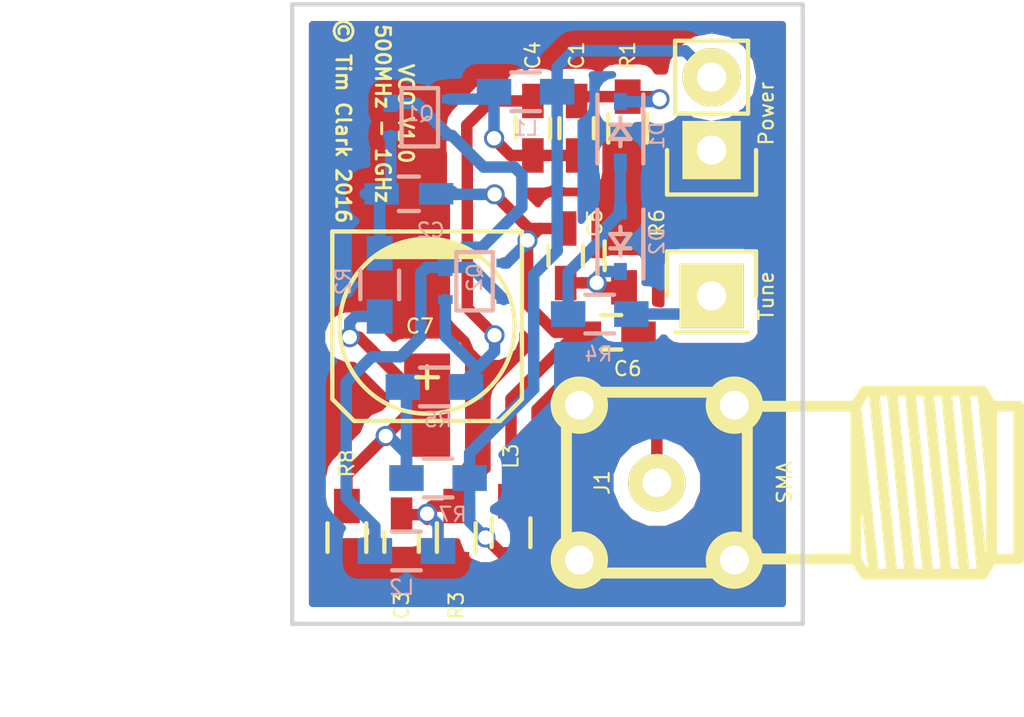
<source format=kicad_pcb>
(kicad_pcb (version 4) (host pcbnew 4.0.1-stable)

  (general
    (links 42)
    (no_connects 0)
    (area 14.225001 18.339999 50.656441 45.245001)
    (thickness 1.6)
    (drawings 8)
    (tracks 169)
    (zones 0)
    (modules 25)
    (nets 15)
  )

  (page A4)
  (layers
    (0 F.Cu signal)
    (31 B.Cu signal)
    (32 B.Adhes user hide)
    (33 F.Adhes user hide)
    (34 B.Paste user hide)
    (35 F.Paste user hide)
    (36 B.SilkS user)
    (37 F.SilkS user)
    (38 B.Mask user)
    (39 F.Mask user)
    (40 Dwgs.User user hide)
    (41 Cmts.User user hide)
    (42 Eco1.User user hide)
    (43 Eco2.User user hide)
    (44 Edge.Cuts user)
    (45 Margin user hide)
    (46 B.CrtYd user)
    (47 F.CrtYd user)
    (48 B.Fab user)
    (49 F.Fab user)
  )

  (setup
    (last_trace_width 0.4)
    (trace_clearance 0.4)
    (zone_clearance 0.508)
    (zone_45_only no)
    (trace_min 0.4)
    (segment_width 0.2)
    (edge_width 0.15)
    (via_size 0.7)
    (via_drill 0.5)
    (via_min_size 0.65)
    (via_min_drill 0.5)
    (uvia_size 0.3)
    (uvia_drill 0.1)
    (uvias_allowed no)
    (uvia_min_size 0.3)
    (uvia_min_drill 0.1)
    (pcb_text_width 0.3)
    (pcb_text_size 1.5 1.5)
    (mod_edge_width 0.15)
    (mod_text_size 0.5 0.5)
    (mod_text_width 0.075)
    (pad_size 1.524 1.524)
    (pad_drill 0.762)
    (pad_to_mask_clearance 0.2)
    (aux_axis_origin 24.765 18.415)
    (grid_origin 24.765 18.415)
    (visible_elements FFFFFEFF)
    (pcbplotparams
      (layerselection 0x010f0_80000001)
      (usegerberextensions true)
      (excludeedgelayer false)
      (linewidth 0.100000)
      (plotframeref false)
      (viasonmask false)
      (mode 1)
      (useauxorigin true)
      (hpglpennumber 1)
      (hpglpenspeed 20)
      (hpglpendiameter 15)
      (hpglpenoverlay 2)
      (psnegative false)
      (psa4output false)
      (plotreference true)
      (plotvalue true)
      (plotinvisibletext false)
      (padsonsilk true)
      (subtractmaskfromsilk false)
      (outputformat 1)
      (mirror false)
      (drillshape 0)
      (scaleselection 1)
      (outputdirectory output/))
  )

  (net 0 "")
  (net 1 "Net-(C1-Pad1)")
  (net 2 "Net-(C1-Pad2)")
  (net 3 "Net-(C2-Pad1)")
  (net 4 "Net-(C2-Pad2)")
  (net 5 "Net-(C3-Pad1)")
  (net 6 Earth)
  (net 7 "Net-(C4-Pad1)")
  (net 8 "Net-(C5-Pad2)")
  (net 9 "Net-(C6-Pad1)")
  (net 10 "Net-(C7-Pad1)")
  (net 11 "Net-(D1-Pad2)")
  (net 12 "Net-(L2-Pad1)")
  (net 13 "Net-(P1-Pad1)")
  (net 14 +5V)

  (net_class Default "This is the default net class."
    (clearance 0.4)
    (trace_width 0.4)
    (via_dia 0.7)
    (via_drill 0.5)
    (uvia_dia 0.3)
    (uvia_drill 0.1)
    (add_net +5V)
    (add_net Earth)
    (add_net "Net-(C1-Pad1)")
    (add_net "Net-(C1-Pad2)")
    (add_net "Net-(C2-Pad1)")
    (add_net "Net-(C2-Pad2)")
    (add_net "Net-(C3-Pad1)")
    (add_net "Net-(C4-Pad1)")
    (add_net "Net-(C5-Pad2)")
    (add_net "Net-(C6-Pad1)")
    (add_net "Net-(C7-Pad1)")
    (add_net "Net-(D1-Pad2)")
    (add_net "Net-(L2-Pad1)")
    (add_net "Net-(P1-Pad1)")
  )

  (module Capacitors_SMD:C_0603_HandSoldering placed (layer F.Cu) (tedit 56EABEA9) (tstamp 56E04D6C)
    (at 35.875 29.845 180)
    (descr "Capacitor SMD 0603, hand soldering")
    (tags "capacitor 0603")
    (path /56E0138B)
    (attr smd)
    (fp_text reference C6 (at -0.574 -1.27 180) (layer F.SilkS)
      (effects (font (size 0.5 0.5) (thickness 0.075)))
    )
    (fp_text value 4.7pF (at 0.635 1.27 180) (layer F.Fab)
      (effects (font (size 0.5 0.5) (thickness 0.075)))
    )
    (fp_line (start -1.85 -0.75) (end 1.85 -0.75) (layer F.CrtYd) (width 0.05))
    (fp_line (start -1.85 0.75) (end 1.85 0.75) (layer F.CrtYd) (width 0.05))
    (fp_line (start -1.85 -0.75) (end -1.85 0.75) (layer F.CrtYd) (width 0.05))
    (fp_line (start 1.85 -0.75) (end 1.85 0.75) (layer F.CrtYd) (width 0.05))
    (fp_line (start -0.35 -0.6) (end 0.35 -0.6) (layer F.SilkS) (width 0.15))
    (fp_line (start 0.35 0.6) (end -0.35 0.6) (layer F.SilkS) (width 0.15))
    (pad 1 smd rect (at -0.95 0 180) (size 1.2 0.75) (layers F.Cu F.Paste F.Mask)
      (net 9 "Net-(C6-Pad1)"))
    (pad 2 smd rect (at 0.95 0 180) (size 1.2 0.75) (layers F.Cu F.Paste F.Mask)
      (net 3 "Net-(C2-Pad1)"))
    (model Capacitors_SMD.3dshapes/C_0603_HandSoldering.wrl
      (at (xyz 0 0 0))
      (scale (xyz 1 1 1))
      (rotate (xyz 0 0 0))
    )
  )

  (module Resistors_SMD:R_0603_HandSoldering placed (layer F.Cu) (tedit 56EABDF2) (tstamp 56E04DFF)
    (at 26.67 37 270)
    (descr "Resistor SMD 0603, hand soldering")
    (tags "resistor 0603")
    (path /56E01604)
    (attr smd)
    (fp_text reference R8 (at -2.583 0 270) (layer F.SilkS)
      (effects (font (size 0.5 0.5) (thickness 0.075)))
    )
    (fp_text value 3k (at 1.1 1.27 270) (layer F.Fab)
      (effects (font (size 0.5 0.5) (thickness 0.075)))
    )
    (fp_line (start -2 -0.8) (end 2 -0.8) (layer F.CrtYd) (width 0.05))
    (fp_line (start -2 0.8) (end 2 0.8) (layer F.CrtYd) (width 0.05))
    (fp_line (start -2 -0.8) (end -2 0.8) (layer F.CrtYd) (width 0.05))
    (fp_line (start 2 -0.8) (end 2 0.8) (layer F.CrtYd) (width 0.05))
    (fp_line (start 0.5 0.675) (end -0.5 0.675) (layer F.SilkS) (width 0.15))
    (fp_line (start -0.5 -0.675) (end 0.5 -0.675) (layer F.SilkS) (width 0.15))
    (pad 1 smd rect (at -1.1 0 270) (size 1.2 0.9) (layers F.Cu F.Paste F.Mask)
      (net 10 "Net-(C7-Pad1)"))
    (pad 2 smd rect (at 1.1 0 270) (size 1.2 0.9) (layers F.Cu F.Paste F.Mask)
      (net 6 Earth))
    (model Resistors_SMD.3dshapes/R_0603_HandSoldering.wrl
      (at (xyz 0 0 0))
      (scale (xyz 1 1 1))
      (rotate (xyz 0 0 0))
    )
  )

  (module Capacitors_SMD:c_elec_6.3x5.7 placed (layer F.Cu) (tedit 56EABEF8) (tstamp 56E04D72)
    (at 29.464 29.63418 270)
    (descr "SMT capacitor, aluminium electrolytic, 6.3x5.7")
    (path /56E017F9)
    (attr smd)
    (fp_text reference C7 (at 0 0.254 360) (layer F.SilkS)
      (effects (font (size 0.5 0.5) (thickness 0.075)))
    )
    (fp_text value 10uF (at 0 -1.27 270) (layer F.Fab)
      (effects (font (size 0.5 0.5) (thickness 0.075)))
    )
    (fp_line (start -4.85 -3.65) (end 4.85 -3.65) (layer F.CrtYd) (width 0.05))
    (fp_line (start 4.85 -3.65) (end 4.85 3.65) (layer F.CrtYd) (width 0.05))
    (fp_line (start 4.85 3.65) (end -4.85 3.65) (layer F.CrtYd) (width 0.05))
    (fp_line (start -4.85 3.65) (end -4.85 -3.65) (layer F.CrtYd) (width 0.05))
    (fp_line (start -2.921 -0.762) (end -2.921 0.762) (layer F.SilkS) (width 0.15))
    (fp_line (start -2.794 1.143) (end -2.794 -1.143) (layer F.SilkS) (width 0.15))
    (fp_line (start -2.667 -1.397) (end -2.667 1.397) (layer F.SilkS) (width 0.15))
    (fp_line (start -2.54 1.651) (end -2.54 -1.651) (layer F.SilkS) (width 0.15))
    (fp_line (start -2.413 -1.778) (end -2.413 1.778) (layer F.SilkS) (width 0.15))
    (fp_line (start -3.302 -3.302) (end -3.302 3.302) (layer F.SilkS) (width 0.15))
    (fp_line (start -3.302 3.302) (end 2.54 3.302) (layer F.SilkS) (width 0.15))
    (fp_line (start 2.54 3.302) (end 3.302 2.54) (layer F.SilkS) (width 0.15))
    (fp_line (start 3.302 2.54) (end 3.302 -2.54) (layer F.SilkS) (width 0.15))
    (fp_line (start 3.302 -2.54) (end 2.54 -3.302) (layer F.SilkS) (width 0.15))
    (fp_line (start 2.54 -3.302) (end -3.302 -3.302) (layer F.SilkS) (width 0.15))
    (fp_line (start 2.159 0) (end 1.397 0) (layer F.SilkS) (width 0.15))
    (fp_line (start 1.778 -0.381) (end 1.778 0.381) (layer F.SilkS) (width 0.15))
    (fp_circle (center 0 0) (end -3.048 0) (layer F.SilkS) (width 0.15))
    (pad 1 smd rect (at 2.75082 0 270) (size 3.59918 1.6002) (layers F.Cu F.Paste F.Mask)
      (net 10 "Net-(C7-Pad1)"))
    (pad 2 smd rect (at -2.75082 0 270) (size 3.59918 1.6002) (layers F.Cu F.Paste F.Mask)
      (net 6 Earth))
    (model Capacitors_SMD.3dshapes/c_elec_6.3x5.7.wrl
      (at (xyz 0 0 0))
      (scale (xyz 1 1 1))
      (rotate (xyz 0 0 0))
    )
  )

  (module Capacitors_SMD:C_0603_HandSoldering placed (layer F.Cu) (tedit 56EABE0E) (tstamp 56E04D5A)
    (at 28.575 37.15 270)
    (descr "Capacitor SMD 0603, hand soldering")
    (tags "capacitor 0603")
    (path /56E0131F)
    (attr smd)
    (fp_text reference C3 (at 2.22 0 270) (layer F.SilkS)
      (effects (font (size 0.5 0.5) (thickness 0.075)))
    )
    (fp_text value 1.7pF (at 0.955 1.27 270) (layer F.Fab)
      (effects (font (size 0.5 0.5) (thickness 0.075)))
    )
    (fp_line (start -1.85 -0.75) (end 1.85 -0.75) (layer F.CrtYd) (width 0.05))
    (fp_line (start -1.85 0.75) (end 1.85 0.75) (layer F.CrtYd) (width 0.05))
    (fp_line (start -1.85 -0.75) (end -1.85 0.75) (layer F.CrtYd) (width 0.05))
    (fp_line (start 1.85 -0.75) (end 1.85 0.75) (layer F.CrtYd) (width 0.05))
    (fp_line (start -0.35 -0.6) (end 0.35 -0.6) (layer F.SilkS) (width 0.15))
    (fp_line (start 0.35 0.6) (end -0.35 0.6) (layer F.SilkS) (width 0.15))
    (pad 1 smd rect (at -0.95 0 270) (size 1.2 0.75) (layers F.Cu F.Paste F.Mask)
      (net 5 "Net-(C3-Pad1)"))
    (pad 2 smd rect (at 0.95 0 270) (size 1.2 0.75) (layers F.Cu F.Paste F.Mask)
      (net 6 Earth))
    (model Capacitors_SMD.3dshapes/C_0603_HandSoldering.wrl
      (at (xyz 0 0 0))
      (scale (xyz 1 1 1))
      (rotate (xyz 0 0 0))
    )
  )

  (module Resistors_SMD:R_0603_HandSoldering placed (layer F.Cu) (tedit 56EABF3A) (tstamp 56E04DB2)
    (at 32.385 36.83 90)
    (descr "Resistor SMD 0603, hand soldering")
    (tags "resistor 0603")
    (path /56E010C3)
    (attr smd)
    (fp_text reference L3 (at 2.667 0 90) (layer F.SilkS)
      (effects (font (size 0.5 0.5) (thickness 0.075)))
    )
    (fp_text value 5nH (at 0.635 -1.27 90) (layer F.Fab)
      (effects (font (size 0.5 0.5) (thickness 0.075)))
    )
    (fp_line (start -2 -0.8) (end 2 -0.8) (layer F.CrtYd) (width 0.05))
    (fp_line (start -2 0.8) (end 2 0.8) (layer F.CrtYd) (width 0.05))
    (fp_line (start -2 -0.8) (end -2 0.8) (layer F.CrtYd) (width 0.05))
    (fp_line (start 2 -0.8) (end 2 0.8) (layer F.CrtYd) (width 0.05))
    (fp_line (start 0.5 0.675) (end -0.5 0.675) (layer F.SilkS) (width 0.15))
    (fp_line (start -0.5 -0.675) (end 0.5 -0.675) (layer F.SilkS) (width 0.15))
    (pad 1 smd rect (at -1.1 0 90) (size 1.2 0.9) (layers F.Cu F.Paste F.Mask)
      (net 14 +5V))
    (pad 2 smd rect (at 1.1 0 90) (size 1.2 0.9) (layers F.Cu F.Paste F.Mask)
      (net 3 "Net-(C2-Pad1)"))
    (model Resistors_SMD.3dshapes/R_0603_HandSoldering.wrl
      (at (xyz 0 0 0))
      (scale (xyz 1 1 1))
      (rotate (xyz 0 0 0))
    )
  )

  (module Resistors_SMD:R_0603_HandSoldering placed (layer B.Cu) (tedit 56EABEA1) (tstamp 56E04DF9)
    (at 29.845 34.925 180)
    (descr "Resistor SMD 0603, hand soldering")
    (tags "resistor 0603")
    (path /56E01665)
    (attr smd)
    (fp_text reference R7 (at -0.508 -1.27 180) (layer B.SilkS)
      (effects (font (size 0.5 0.5) (thickness 0.075)) (justify mirror))
    )
    (fp_text value 100R (at 0.465 1.27 180) (layer B.Fab)
      (effects (font (size 0.5 0.5) (thickness 0.075)) (justify mirror))
    )
    (fp_line (start -2 0.8) (end 2 0.8) (layer B.CrtYd) (width 0.05))
    (fp_line (start -2 -0.8) (end 2 -0.8) (layer B.CrtYd) (width 0.05))
    (fp_line (start -2 0.8) (end -2 -0.8) (layer B.CrtYd) (width 0.05))
    (fp_line (start 2 0.8) (end 2 -0.8) (layer B.CrtYd) (width 0.05))
    (fp_line (start 0.5 -0.675) (end -0.5 -0.675) (layer B.SilkS) (width 0.15))
    (fp_line (start -0.5 0.675) (end 0.5 0.675) (layer B.SilkS) (width 0.15))
    (pad 1 smd rect (at -1.1 0 180) (size 1.2 0.9) (layers B.Cu B.Paste B.Mask)
      (net 14 +5V))
    (pad 2 smd rect (at 1.1 0 180) (size 1.2 0.9) (layers B.Cu B.Paste B.Mask)
      (net 10 "Net-(C7-Pad1)"))
    (model Resistors_SMD.3dshapes/R_0603_HandSoldering.wrl
      (at (xyz 0 0 0))
      (scale (xyz 1 1 1))
      (rotate (xyz 0 0 0))
    )
  )

  (module Resistors_SMD:R_0603_HandSoldering placed (layer B.Cu) (tedit 56EABE93) (tstamp 56E04DED)
    (at 29.718 31.75 180)
    (descr "Resistor SMD 0603, hand soldering")
    (tags "resistor 0603")
    (path /56E016C6)
    (attr smd)
    (fp_text reference R5 (at -0.127 -1.143 180) (layer B.SilkS)
      (effects (font (size 0.5 0.5) (thickness 0.075)) (justify mirror))
    )
    (fp_text value 3k (at 0 1.27 180) (layer B.Fab)
      (effects (font (size 0.5 0.5) (thickness 0.075)) (justify mirror))
    )
    (fp_line (start -2 0.8) (end 2 0.8) (layer B.CrtYd) (width 0.05))
    (fp_line (start -2 -0.8) (end 2 -0.8) (layer B.CrtYd) (width 0.05))
    (fp_line (start -2 0.8) (end -2 -0.8) (layer B.CrtYd) (width 0.05))
    (fp_line (start 2 0.8) (end 2 -0.8) (layer B.CrtYd) (width 0.05))
    (fp_line (start 0.5 -0.675) (end -0.5 -0.675) (layer B.SilkS) (width 0.15))
    (fp_line (start -0.5 0.675) (end 0.5 0.675) (layer B.SilkS) (width 0.15))
    (pad 1 smd rect (at -1.1 0 180) (size 1.2 0.9) (layers B.Cu B.Paste B.Mask)
      (net 7 "Net-(C4-Pad1)"))
    (pad 2 smd rect (at 1.1 0 180) (size 1.2 0.9) (layers B.Cu B.Paste B.Mask)
      (net 10 "Net-(C7-Pad1)"))
    (model Resistors_SMD.3dshapes/R_0603_HandSoldering.wrl
      (at (xyz 0 0 0))
      (scale (xyz 1 1 1))
      (rotate (xyz 0 0 0))
    )
  )

  (module vco-sma:SOT-343 placed (layer B.Cu) (tedit 56EABF48) (tstamp 56E04DCF)
    (at 31.115 28.067)
    (descr SOT353)
    (path /56E011DC)
    (attr smd)
    (fp_text reference Q2 (at 0 -0.127 270) (layer B.SilkS)
      (effects (font (size 0.5 0.5) (thickness 0.075)) (justify mirror))
    )
    (fp_text value BFP420 (at 0 0 270) (layer B.Fab)
      (effects (font (size 0.5 0.5) (thickness 0.075)) (justify mirror))
    )
    (fp_line (start 0.635 -1.016) (end 0.635 1.016) (layer B.SilkS) (width 0.15))
    (fp_line (start 0.635 1.016) (end -0.635 1.016) (layer B.SilkS) (width 0.15))
    (fp_line (start -0.635 1.016) (end -0.635 -1.016) (layer B.SilkS) (width 0.15))
    (fp_line (start -0.635 -1.016) (end 0.635 -1.016) (layer B.SilkS) (width 0.15))
    (pad 1 smd rect (at -1.016 0.635) (size 0.508 0.3048) (layers B.Cu B.Paste B.Mask)
      (net 7 "Net-(C4-Pad1)"))
    (pad 2 smd rect (at -1.016 -0.485) (size 0.508 0.6048) (layers B.Cu B.Paste B.Mask)
      (net 12 "Net-(L2-Pad1)"))
    (pad 2 smd rect (at 1.016 0.635) (size 0.508 0.3048) (layers B.Cu B.Paste B.Mask)
      (net 12 "Net-(L2-Pad1)"))
    (pad 3 smd rect (at 1.016 -0.635) (size 0.508 0.3048) (layers B.Cu B.Paste B.Mask)
      (net 3 "Net-(C2-Pad1)"))
    (model TO_SOT_Packages_SMD.3dshapes/SOT-353.wrl
      (at (xyz 0 0 0))
      (scale (xyz 0.07000000000000001 0.09 0.08))
      (rotate (xyz 0 0 90))
    )
  )

  (module Capacitors_SMD:C_0603_HandSoldering placed (layer F.Cu) (tedit 56EABF0D) (tstamp 56E04D4E)
    (at 34.671 22.733 270)
    (descr "Capacitor SMD 0603, hand soldering")
    (tags "capacitor 0603")
    (path /56E0145E)
    (attr smd)
    (fp_text reference C1 (at -2.54 0 270) (layer F.SilkS)
      (effects (font (size 0.5 0.5) (thickness 0.075)))
    )
    (fp_text value 15pF (at 0.955 -1.27 270) (layer F.Fab)
      (effects (font (size 0.5 0.5) (thickness 0.075)))
    )
    (fp_line (start -1.85 -0.75) (end 1.85 -0.75) (layer F.CrtYd) (width 0.05))
    (fp_line (start -1.85 0.75) (end 1.85 0.75) (layer F.CrtYd) (width 0.05))
    (fp_line (start -1.85 -0.75) (end -1.85 0.75) (layer F.CrtYd) (width 0.05))
    (fp_line (start 1.85 -0.75) (end 1.85 0.75) (layer F.CrtYd) (width 0.05))
    (fp_line (start -0.35 -0.6) (end 0.35 -0.6) (layer F.SilkS) (width 0.15))
    (fp_line (start 0.35 0.6) (end -0.35 0.6) (layer F.SilkS) (width 0.15))
    (pad 1 smd rect (at -0.95 0 270) (size 1.2 0.75) (layers F.Cu F.Paste F.Mask)
      (net 1 "Net-(C1-Pad1)"))
    (pad 2 smd rect (at 0.95 0 270) (size 1.2 0.75) (layers F.Cu F.Paste F.Mask)
      (net 2 "Net-(C1-Pad2)"))
    (model Capacitors_SMD.3dshapes/C_0603_HandSoldering.wrl
      (at (xyz 0 0 0))
      (scale (xyz 1 1 1))
      (rotate (xyz 0 0 0))
    )
  )

  (module Capacitors_SMD:C_0603_HandSoldering placed (layer B.Cu) (tedit 56EABF23) (tstamp 56E04D54)
    (at 28.829 25.019 180)
    (descr "Capacitor SMD 0603, hand soldering")
    (tags "capacitor 0603")
    (path /56E01420)
    (attr smd)
    (fp_text reference C2 (at -0.762 -1.27 180) (layer B.SilkS)
      (effects (font (size 0.5 0.5) (thickness 0.075)) (justify mirror))
    )
    (fp_text value 3pF (at 0.635 1.27 180) (layer B.Fab)
      (effects (font (size 0.5 0.5) (thickness 0.075)) (justify mirror))
    )
    (fp_line (start -1.85 0.75) (end 1.85 0.75) (layer B.CrtYd) (width 0.05))
    (fp_line (start -1.85 -0.75) (end 1.85 -0.75) (layer B.CrtYd) (width 0.05))
    (fp_line (start -1.85 0.75) (end -1.85 -0.75) (layer B.CrtYd) (width 0.05))
    (fp_line (start 1.85 0.75) (end 1.85 -0.75) (layer B.CrtYd) (width 0.05))
    (fp_line (start -0.35 0.6) (end 0.35 0.6) (layer B.SilkS) (width 0.15))
    (fp_line (start 0.35 -0.6) (end -0.35 -0.6) (layer B.SilkS) (width 0.15))
    (pad 1 smd rect (at -0.95 0 180) (size 1.2 0.75) (layers B.Cu B.Paste B.Mask)
      (net 3 "Net-(C2-Pad1)"))
    (pad 2 smd rect (at 0.95 0 180) (size 1.2 0.75) (layers B.Cu B.Paste B.Mask)
      (net 4 "Net-(C2-Pad2)"))
    (model Capacitors_SMD.3dshapes/C_0603_HandSoldering.wrl
      (at (xyz 0 0 0))
      (scale (xyz 1 1 1))
      (rotate (xyz 0 0 0))
    )
  )

  (module Capacitors_SMD:C_0603_HandSoldering placed (layer F.Cu) (tedit 56EABEE9) (tstamp 56E04D60)
    (at 33.147 22.733 270)
    (descr "Capacitor SMD 0603, hand soldering")
    (tags "capacitor 0603")
    (path /56E013D7)
    (attr smd)
    (fp_text reference C4 (at -2.54 0 270) (layer F.SilkS)
      (effects (font (size 0.5 0.5) (thickness 0.075)))
    )
    (fp_text value 3pF (at -0.95 1.27 270) (layer F.Fab)
      (effects (font (size 0.5 0.5) (thickness 0.075)))
    )
    (fp_line (start -1.85 -0.75) (end 1.85 -0.75) (layer F.CrtYd) (width 0.05))
    (fp_line (start -1.85 0.75) (end 1.85 0.75) (layer F.CrtYd) (width 0.05))
    (fp_line (start -1.85 -0.75) (end -1.85 0.75) (layer F.CrtYd) (width 0.05))
    (fp_line (start 1.85 -0.75) (end 1.85 0.75) (layer F.CrtYd) (width 0.05))
    (fp_line (start -0.35 -0.6) (end 0.35 -0.6) (layer F.SilkS) (width 0.15))
    (fp_line (start 0.35 0.6) (end -0.35 0.6) (layer F.SilkS) (width 0.15))
    (pad 1 smd rect (at -0.95 0 270) (size 1.2 0.75) (layers F.Cu F.Paste F.Mask)
      (net 7 "Net-(C4-Pad1)"))
    (pad 2 smd rect (at 0.95 0 270) (size 1.2 0.75) (layers F.Cu F.Paste F.Mask)
      (net 2 "Net-(C1-Pad2)"))
    (model Capacitors_SMD.3dshapes/C_0603_HandSoldering.wrl
      (at (xyz 0 0 0))
      (scale (xyz 1 1 1))
      (rotate (xyz 0 0 0))
    )
  )

  (module Capacitors_SMD:C_0603_HandSoldering placed (layer F.Cu) (tedit 56EABEA3) (tstamp 56E04D66)
    (at 34.29 27.178 270)
    (descr "Capacitor SMD 0603, hand soldering")
    (tags "capacitor 0603")
    (path /56E014A3)
    (attr smd)
    (fp_text reference C5 (at -1.143 -1.016 270) (layer F.SilkS)
      (effects (font (size 0.5 0.5) (thickness 0.075)))
    )
    (fp_text value 15pF (at -1.27 1.27 270) (layer F.Fab)
      (effects (font (size 0.5 0.5) (thickness 0.075)))
    )
    (fp_line (start -1.85 -0.75) (end 1.85 -0.75) (layer F.CrtYd) (width 0.05))
    (fp_line (start -1.85 0.75) (end 1.85 0.75) (layer F.CrtYd) (width 0.05))
    (fp_line (start -1.85 -0.75) (end -1.85 0.75) (layer F.CrtYd) (width 0.05))
    (fp_line (start 1.85 -0.75) (end 1.85 0.75) (layer F.CrtYd) (width 0.05))
    (fp_line (start -0.35 -0.6) (end 0.35 -0.6) (layer F.SilkS) (width 0.15))
    (fp_line (start 0.35 0.6) (end -0.35 0.6) (layer F.SilkS) (width 0.15))
    (pad 1 smd rect (at -0.95 0 270) (size 1.2 0.75) (layers F.Cu F.Paste F.Mask)
      (net 3 "Net-(C2-Pad1)"))
    (pad 2 smd rect (at 0.95 0 270) (size 1.2 0.75) (layers F.Cu F.Paste F.Mask)
      (net 8 "Net-(C5-Pad2)"))
    (model Capacitors_SMD.3dshapes/C_0603_HandSoldering.wrl
      (at (xyz 0 0 0))
      (scale (xyz 1 1 1))
      (rotate (xyz 0 0 0))
    )
  )

  (module Diodes_SMD:SOD-323 placed (layer B.Cu) (tedit 56EABF60) (tstamp 56E04D78)
    (at 36.195 22.86 270)
    (descr SOD-323)
    (tags SOD-323)
    (path /56E00FFC)
    (attr smd)
    (fp_text reference D1 (at 0.127 -1.27 270) (layer B.SilkS)
      (effects (font (size 0.5 0.5) (thickness 0.075)) (justify mirror))
    )
    (fp_text value VARICAP (at 0.215 0.635 270) (layer B.Fab)
      (effects (font (size 0.5 0.5) (thickness 0.075)) (justify mirror))
    )
    (fp_line (start 0.25 0) (end 0.5 0) (layer B.SilkS) (width 0.15))
    (fp_line (start -0.25 0) (end -0.5 0) (layer B.SilkS) (width 0.15))
    (fp_line (start -0.25 0) (end 0.25 0.35) (layer B.SilkS) (width 0.15))
    (fp_line (start 0.25 0.35) (end 0.25 -0.35) (layer B.SilkS) (width 0.15))
    (fp_line (start 0.25 -0.35) (end -0.25 0) (layer B.SilkS) (width 0.15))
    (fp_line (start -0.25 0.35) (end -0.25 -0.35) (layer B.SilkS) (width 0.15))
    (fp_line (start -1.5 0.95) (end 1.5 0.95) (layer B.CrtYd) (width 0.05))
    (fp_line (start 1.5 0.95) (end 1.5 -0.95) (layer B.CrtYd) (width 0.05))
    (fp_line (start -1.5 -0.95) (end 1.5 -0.95) (layer B.CrtYd) (width 0.05))
    (fp_line (start -1.5 0.95) (end -1.5 -0.95) (layer B.CrtYd) (width 0.05))
    (fp_line (start -1.3 -0.8) (end 1.1 -0.8) (layer B.SilkS) (width 0.15))
    (fp_line (start -1.3 0.8) (end 1.1 0.8) (layer B.SilkS) (width 0.15))
    (pad 1 smd rect (at -1.055 0 270) (size 0.59 0.45) (layers B.Cu B.Paste B.Mask)
      (net 1 "Net-(C1-Pad1)"))
    (pad 2 smd rect (at 1.055 0 270) (size 0.59 0.45) (layers B.Cu B.Paste B.Mask)
      (net 11 "Net-(D1-Pad2)"))
  )

  (module Diodes_SMD:SOD-323 placed (layer B.Cu) (tedit 56EABF5A) (tstamp 56E04D7E)
    (at 36.195 26.67 90)
    (descr SOD-323)
    (tags SOD-323)
    (path /56E01037)
    (attr smd)
    (fp_text reference D2 (at 0 1.27 90) (layer B.SilkS)
      (effects (font (size 0.5 0.5) (thickness 0.075)) (justify mirror))
    )
    (fp_text value VARICAP (at 0 -0.635 90) (layer B.Fab)
      (effects (font (size 0.5 0.5) (thickness 0.075)) (justify mirror))
    )
    (fp_line (start 0.25 0) (end 0.5 0) (layer B.SilkS) (width 0.15))
    (fp_line (start -0.25 0) (end -0.5 0) (layer B.SilkS) (width 0.15))
    (fp_line (start -0.25 0) (end 0.25 0.35) (layer B.SilkS) (width 0.15))
    (fp_line (start 0.25 0.35) (end 0.25 -0.35) (layer B.SilkS) (width 0.15))
    (fp_line (start 0.25 -0.35) (end -0.25 0) (layer B.SilkS) (width 0.15))
    (fp_line (start -0.25 0.35) (end -0.25 -0.35) (layer B.SilkS) (width 0.15))
    (fp_line (start -1.5 0.95) (end 1.5 0.95) (layer B.CrtYd) (width 0.05))
    (fp_line (start 1.5 0.95) (end 1.5 -0.95) (layer B.CrtYd) (width 0.05))
    (fp_line (start -1.5 -0.95) (end 1.5 -0.95) (layer B.CrtYd) (width 0.05))
    (fp_line (start -1.5 0.95) (end -1.5 -0.95) (layer B.CrtYd) (width 0.05))
    (fp_line (start -1.3 -0.8) (end 1.1 -0.8) (layer B.SilkS) (width 0.15))
    (fp_line (start -1.3 0.8) (end 1.1 0.8) (layer B.SilkS) (width 0.15))
    (pad 1 smd rect (at -1.055 0 90) (size 0.59 0.45) (layers B.Cu B.Paste B.Mask)
      (net 8 "Net-(C5-Pad2)"))
    (pad 2 smd rect (at 1.055 0 90) (size 0.59 0.45) (layers B.Cu B.Paste B.Mask)
      (net 11 "Net-(D1-Pad2)"))
  )

  (module Resistors_SMD:R_0603_HandSoldering placed (layer B.Cu) (tedit 56EABF13) (tstamp 56E04DA6)
    (at 32.893 21.463 180)
    (descr "Resistor SMD 0603, hand soldering")
    (tags "resistor 0603")
    (path /56E01067)
    (attr smd)
    (fp_text reference L1 (at 0 -1.27 180) (layer B.SilkS)
      (effects (font (size 0.5 0.5) (thickness 0.075)) (justify mirror))
    )
    (fp_text value 5nH (at 0.635 1.27 180) (layer B.Fab)
      (effects (font (size 0.5 0.5) (thickness 0.075)) (justify mirror))
    )
    (fp_line (start -2 0.8) (end 2 0.8) (layer B.CrtYd) (width 0.05))
    (fp_line (start -2 -0.8) (end 2 -0.8) (layer B.CrtYd) (width 0.05))
    (fp_line (start -2 0.8) (end -2 -0.8) (layer B.CrtYd) (width 0.05))
    (fp_line (start 2 0.8) (end 2 -0.8) (layer B.CrtYd) (width 0.05))
    (fp_line (start 0.5 -0.675) (end -0.5 -0.675) (layer B.SilkS) (width 0.15))
    (fp_line (start -0.5 0.675) (end 0.5 0.675) (layer B.SilkS) (width 0.15))
    (pad 1 smd rect (at -1.1 0 180) (size 1.2 0.9) (layers B.Cu B.Paste B.Mask)
      (net 14 +5V))
    (pad 2 smd rect (at 1.1 0 180) (size 1.2 0.9) (layers B.Cu B.Paste B.Mask)
      (net 2 "Net-(C1-Pad2)"))
    (model Resistors_SMD.3dshapes/R_0603_HandSoldering.wrl
      (at (xyz 0 0 0))
      (scale (xyz 1 1 1))
      (rotate (xyz 0 0 0))
    )
  )

  (module Resistors_SMD:R_0603_HandSoldering placed (layer B.Cu) (tedit 56EABE0A) (tstamp 56E04DAC)
    (at 28.745 37.465)
    (descr "Resistor SMD 0603, hand soldering")
    (tags "resistor 0603")
    (path /56E01113)
    (attr smd)
    (fp_text reference L2 (at -0.17 1.27) (layer B.SilkS)
      (effects (font (size 0.5 0.5) (thickness 0.075)) (justify mirror))
    )
    (fp_text value 4.7nH (at -1.27 1.27) (layer B.Fab)
      (effects (font (size 0.5 0.5) (thickness 0.075)) (justify mirror))
    )
    (fp_line (start -2 0.8) (end 2 0.8) (layer B.CrtYd) (width 0.05))
    (fp_line (start -2 -0.8) (end 2 -0.8) (layer B.CrtYd) (width 0.05))
    (fp_line (start -2 0.8) (end -2 -0.8) (layer B.CrtYd) (width 0.05))
    (fp_line (start 2 0.8) (end 2 -0.8) (layer B.CrtYd) (width 0.05))
    (fp_line (start 0.5 -0.675) (end -0.5 -0.675) (layer B.SilkS) (width 0.15))
    (fp_line (start -0.5 0.675) (end 0.5 0.675) (layer B.SilkS) (width 0.15))
    (pad 1 smd rect (at -1.1 0) (size 1.2 0.9) (layers B.Cu B.Paste B.Mask)
      (net 12 "Net-(L2-Pad1)"))
    (pad 2 smd rect (at 1.1 0) (size 1.2 0.9) (layers B.Cu B.Paste B.Mask)
      (net 5 "Net-(C3-Pad1)"))
    (model Resistors_SMD.3dshapes/R_0603_HandSoldering.wrl
      (at (xyz 0 0 0))
      (scale (xyz 1 1 1))
      (rotate (xyz 0 0 0))
    )
  )

  (module Pin_Headers:Pin_Header_Straight_1x01 placed (layer F.Cu) (tedit 56F33A92) (tstamp 56E04DB7)
    (at 39.37 28.575)
    (descr "Through hole pin header")
    (tags "pin header")
    (path /56E05477)
    (fp_text reference Tune (at 1.905 0 90) (layer F.SilkS)
      (effects (font (size 0.5 0.5) (thickness 0.075)))
    )
    (fp_text value Tuning (at 1.905 0 90) (layer F.Fab)
      (effects (font (size 0.5 0.5) (thickness 0.075)))
    )
    (fp_line (start 1.55 -1.55) (end 1.55 0) (layer F.SilkS) (width 0.15))
    (fp_line (start -1.75 -1.75) (end -1.75 1.75) (layer F.CrtYd) (width 0.05))
    (fp_line (start 1.75 -1.75) (end 1.75 1.75) (layer F.CrtYd) (width 0.05))
    (fp_line (start -1.75 -1.75) (end 1.75 -1.75) (layer F.CrtYd) (width 0.05))
    (fp_line (start -1.75 1.75) (end 1.75 1.75) (layer F.CrtYd) (width 0.05))
    (fp_line (start -1.55 0) (end -1.55 -1.55) (layer F.SilkS) (width 0.15))
    (fp_line (start -1.55 -1.55) (end 1.55 -1.55) (layer F.SilkS) (width 0.15))
    (fp_line (start -1.27 1.27) (end 1.27 1.27) (layer F.SilkS) (width 0.15))
    (pad 1 thru_hole rect (at 0 0) (size 2.2352 2.2352) (drill 1.016) (layers *.Cu *.Mask F.SilkS)
      (net 13 "Net-(P1-Pad1)"))
    (model Pin_Headers.3dshapes/Pin_Header_Straight_1x01.wrl
      (at (xyz 0 0 0))
      (scale (xyz 1 1 1))
      (rotate (xyz 0 0 90))
    )
  )

  (module Pin_Headers:Pin_Header_Straight_1x02 placed (layer F.Cu) (tedit 56F33A7A) (tstamp 56E04DBD)
    (at 39.37 23.495 180)
    (descr "Through hole pin header")
    (tags "pin header")
    (path /56E09D9B)
    (fp_text reference Power (at -1.905 1.27 270) (layer F.SilkS)
      (effects (font (size 0.5 0.5) (thickness 0.075)))
    )
    (fp_text value Power (at -1.905 1.27 270) (layer F.Fab)
      (effects (font (size 0.5 0.5) (thickness 0.075)))
    )
    (fp_line (start 1.27 1.27) (end 1.27 3.81) (layer F.SilkS) (width 0.15))
    (fp_line (start 1.55 -1.55) (end 1.55 0) (layer F.SilkS) (width 0.15))
    (fp_line (start -1.75 -1.75) (end -1.75 4.3) (layer F.CrtYd) (width 0.05))
    (fp_line (start 1.75 -1.75) (end 1.75 4.3) (layer F.CrtYd) (width 0.05))
    (fp_line (start -1.75 -1.75) (end 1.75 -1.75) (layer F.CrtYd) (width 0.05))
    (fp_line (start -1.75 4.3) (end 1.75 4.3) (layer F.CrtYd) (width 0.05))
    (fp_line (start 1.27 1.27) (end -1.27 1.27) (layer F.SilkS) (width 0.15))
    (fp_line (start -1.55 0) (end -1.55 -1.55) (layer F.SilkS) (width 0.15))
    (fp_line (start -1.55 -1.55) (end 1.55 -1.55) (layer F.SilkS) (width 0.15))
    (fp_line (start -1.27 1.27) (end -1.27 3.81) (layer F.SilkS) (width 0.15))
    (fp_line (start -1.27 3.81) (end 1.27 3.81) (layer F.SilkS) (width 0.15))
    (pad 1 thru_hole rect (at 0 0 180) (size 2.032 2.032) (drill 1.016) (layers *.Cu *.Mask F.SilkS)
      (net 6 Earth))
    (pad 2 thru_hole oval (at 0 2.54 180) (size 2.032 2.032) (drill 1.016) (layers *.Cu *.Mask F.SilkS)
      (net 14 +5V))
    (model Pin_Headers.3dshapes/Pin_Header_Straight_1x02.wrl
      (at (xyz 0 -0.05 0))
      (scale (xyz 1 1 1))
      (rotate (xyz 0 0 90))
    )
  )

  (module Resistors_SMD:R_0603_HandSoldering placed (layer F.Cu) (tedit 56EABF1B) (tstamp 56E04DD5)
    (at 36.449 22.733 90)
    (descr "Resistor SMD 0603, hand soldering")
    (tags "resistor 0603")
    (path /56E014EA)
    (attr smd)
    (fp_text reference R1 (at 2.54 0 90) (layer F.SilkS)
      (effects (font (size 0.5 0.5) (thickness 0.075)))
    )
    (fp_text value 10k (at -0.17 1.27 90) (layer F.Fab)
      (effects (font (size 0.5 0.5) (thickness 0.075)))
    )
    (fp_line (start -2 -0.8) (end 2 -0.8) (layer F.CrtYd) (width 0.05))
    (fp_line (start -2 0.8) (end 2 0.8) (layer F.CrtYd) (width 0.05))
    (fp_line (start -2 -0.8) (end -2 0.8) (layer F.CrtYd) (width 0.05))
    (fp_line (start 2 -0.8) (end 2 0.8) (layer F.CrtYd) (width 0.05))
    (fp_line (start 0.5 0.675) (end -0.5 0.675) (layer F.SilkS) (width 0.15))
    (fp_line (start -0.5 -0.675) (end 0.5 -0.675) (layer F.SilkS) (width 0.15))
    (pad 1 smd rect (at -1.1 0 90) (size 1.2 0.9) (layers F.Cu F.Paste F.Mask)
      (net 6 Earth))
    (pad 2 smd rect (at 1.1 0 90) (size 1.2 0.9) (layers F.Cu F.Paste F.Mask)
      (net 1 "Net-(C1-Pad1)"))
    (model Resistors_SMD.3dshapes/R_0603_HandSoldering.wrl
      (at (xyz 0 0 0))
      (scale (xyz 1 1 1))
      (rotate (xyz 0 0 0))
    )
  )

  (module Resistors_SMD:R_0603_HandSoldering placed (layer B.Cu) (tedit 56EABF4E) (tstamp 56E04DDB)
    (at 27.813 28.194 90)
    (descr "Resistor SMD 0603, hand soldering")
    (tags "resistor 0603")
    (path /56E01742)
    (attr smd)
    (fp_text reference R2 (at 0.127 -1.27 90) (layer B.SilkS)
      (effects (font (size 0.5 0.5) (thickness 0.075)) (justify mirror))
    )
    (fp_text value 3k (at -0.465 -1.27 90) (layer B.Fab)
      (effects (font (size 0.5 0.5) (thickness 0.075)) (justify mirror))
    )
    (fp_line (start -2 0.8) (end 2 0.8) (layer B.CrtYd) (width 0.05))
    (fp_line (start -2 -0.8) (end 2 -0.8) (layer B.CrtYd) (width 0.05))
    (fp_line (start -2 0.8) (end -2 -0.8) (layer B.CrtYd) (width 0.05))
    (fp_line (start 2 0.8) (end 2 -0.8) (layer B.CrtYd) (width 0.05))
    (fp_line (start 0.5 -0.675) (end -0.5 -0.675) (layer B.SilkS) (width 0.15))
    (fp_line (start -0.5 0.675) (end 0.5 0.675) (layer B.SilkS) (width 0.15))
    (pad 1 smd rect (at -1.1 0 90) (size 1.2 0.9) (layers B.Cu B.Paste B.Mask)
      (net 10 "Net-(C7-Pad1)"))
    (pad 2 smd rect (at 1.1 0 90) (size 1.2 0.9) (layers B.Cu B.Paste B.Mask)
      (net 4 "Net-(C2-Pad2)"))
    (model Resistors_SMD.3dshapes/R_0603_HandSoldering.wrl
      (at (xyz 0 0 0))
      (scale (xyz 1 1 1))
      (rotate (xyz 0 0 0))
    )
  )

  (module Resistors_SMD:R_0603_HandSoldering placed (layer F.Cu) (tedit 56EABE7E) (tstamp 56E04DE1)
    (at 30.48 37 270)
    (descr "Resistor SMD 0603, hand soldering")
    (tags "resistor 0603")
    (path /56E01596)
    (attr smd)
    (fp_text reference R3 (at 2.37 0 270) (layer F.SilkS)
      (effects (font (size 0.5 0.5) (thickness 0.075)))
    )
    (fp_text value 100R (at 0.805 1.27 270) (layer F.Fab)
      (effects (font (size 0.5 0.5) (thickness 0.075)))
    )
    (fp_line (start -2 -0.8) (end 2 -0.8) (layer F.CrtYd) (width 0.05))
    (fp_line (start -2 0.8) (end 2 0.8) (layer F.CrtYd) (width 0.05))
    (fp_line (start -2 -0.8) (end -2 0.8) (layer F.CrtYd) (width 0.05))
    (fp_line (start 2 -0.8) (end 2 0.8) (layer F.CrtYd) (width 0.05))
    (fp_line (start 0.5 0.675) (end -0.5 0.675) (layer F.SilkS) (width 0.15))
    (fp_line (start -0.5 -0.675) (end 0.5 -0.675) (layer F.SilkS) (width 0.15))
    (pad 1 smd rect (at -1.1 0 270) (size 1.2 0.9) (layers F.Cu F.Paste F.Mask)
      (net 5 "Net-(C3-Pad1)"))
    (pad 2 smd rect (at 1.1 0 270) (size 1.2 0.9) (layers F.Cu F.Paste F.Mask)
      (net 6 Earth))
    (model Resistors_SMD.3dshapes/R_0603_HandSoldering.wrl
      (at (xyz 0 0 0))
      (scale (xyz 1 1 1))
      (rotate (xyz 0 0 0))
    )
  )

  (module Resistors_SMD:R_0603_HandSoldering placed (layer B.Cu) (tedit 56EABED5) (tstamp 56E04DE7)
    (at 35.476 29.21 180)
    (descr "Resistor SMD 0603, hand soldering")
    (tags "resistor 0603")
    (path /56E0179B)
    (attr smd)
    (fp_text reference R4 (at 0.043 -1.397 180) (layer B.SilkS)
      (effects (font (size 0.5 0.5) (thickness 0.075)) (justify mirror))
    )
    (fp_text value 10k (at -0.635 -1.27 180) (layer B.Fab)
      (effects (font (size 0.5 0.5) (thickness 0.075)) (justify mirror))
    )
    (fp_line (start -2 0.8) (end 2 0.8) (layer B.CrtYd) (width 0.05))
    (fp_line (start -2 -0.8) (end 2 -0.8) (layer B.CrtYd) (width 0.05))
    (fp_line (start -2 0.8) (end -2 -0.8) (layer B.CrtYd) (width 0.05))
    (fp_line (start 2 0.8) (end 2 -0.8) (layer B.CrtYd) (width 0.05))
    (fp_line (start 0.5 -0.675) (end -0.5 -0.675) (layer B.SilkS) (width 0.15))
    (fp_line (start -0.5 0.675) (end 0.5 0.675) (layer B.SilkS) (width 0.15))
    (pad 1 smd rect (at -1.1 0 180) (size 1.2 0.9) (layers B.Cu B.Paste B.Mask)
      (net 13 "Net-(P1-Pad1)"))
    (pad 2 smd rect (at 1.1 0 180) (size 1.2 0.9) (layers B.Cu B.Paste B.Mask)
      (net 11 "Net-(D1-Pad2)"))
    (model Resistors_SMD.3dshapes/R_0603_HandSoldering.wrl
      (at (xyz 0 0 0))
      (scale (xyz 1 1 1))
      (rotate (xyz 0 0 0))
    )
  )

  (module Resistors_SMD:R_0603_HandSoldering placed (layer F.Cu) (tedit 56EABEDF) (tstamp 56E04DF3)
    (at 36.322 27.178 270)
    (descr "Resistor SMD 0603, hand soldering")
    (tags "resistor 0603")
    (path /56E01544)
    (attr smd)
    (fp_text reference R6 (at -1.143 -1.143 270) (layer F.SilkS)
      (effects (font (size 0.5 0.5) (thickness 0.075)))
    )
    (fp_text value 10k (at 0.635 -1.27 270) (layer F.Fab)
      (effects (font (size 0.5 0.5) (thickness 0.075)))
    )
    (fp_line (start -2 -0.8) (end 2 -0.8) (layer F.CrtYd) (width 0.05))
    (fp_line (start -2 0.8) (end 2 0.8) (layer F.CrtYd) (width 0.05))
    (fp_line (start -2 -0.8) (end -2 0.8) (layer F.CrtYd) (width 0.05))
    (fp_line (start 2 -0.8) (end 2 0.8) (layer F.CrtYd) (width 0.05))
    (fp_line (start 0.5 0.675) (end -0.5 0.675) (layer F.SilkS) (width 0.15))
    (fp_line (start -0.5 -0.675) (end 0.5 -0.675) (layer F.SilkS) (width 0.15))
    (pad 1 smd rect (at -1.1 0 270) (size 1.2 0.9) (layers F.Cu F.Paste F.Mask)
      (net 6 Earth))
    (pad 2 smd rect (at 1.1 0 270) (size 1.2 0.9) (layers F.Cu F.Paste F.Mask)
      (net 8 "Net-(C5-Pad2)"))
    (model Resistors_SMD.3dshapes/R_0603_HandSoldering.wrl
      (at (xyz 0 0 0))
      (scale (xyz 1 1 1))
      (rotate (xyz 0 0 0))
    )
  )

  (module vco-sma:SOT-343 placed (layer B.Cu) (tedit 56EABF32) (tstamp 56E04DC6)
    (at 29.21 22.352)
    (descr SOT353)
    (path /56E012AD)
    (attr smd)
    (fp_text reference Q1 (at 0 -0.127 180) (layer B.SilkS)
      (effects (font (size 0.5 0.5) (thickness 0.075)) (justify mirror))
    )
    (fp_text value BFP420 (at 0 -1.905 270) (layer B.Fab)
      (effects (font (size 0.5 0.5) (thickness 0.075)) (justify mirror))
    )
    (fp_line (start 0.635 -1.016) (end 0.635 1.016) (layer B.SilkS) (width 0.15))
    (fp_line (start 0.635 1.016) (end -0.635 1.016) (layer B.SilkS) (width 0.15))
    (fp_line (start -0.635 1.016) (end -0.635 -1.016) (layer B.SilkS) (width 0.15))
    (fp_line (start -0.635 -1.016) (end 0.635 -1.016) (layer B.SilkS) (width 0.15))
    (pad 1 smd rect (at -1.016 0.635) (size 0.508 0.3048) (layers B.Cu B.Paste B.Mask)
      (net 4 "Net-(C2-Pad2)"))
    (pad 2 smd rect (at -1.016 -0.485) (size 0.508 0.6048) (layers B.Cu B.Paste B.Mask)
      (net 12 "Net-(L2-Pad1)"))
    (pad 2 smd rect (at 1.016 0.635) (size 0.508 0.3048) (layers B.Cu B.Paste B.Mask)
      (net 12 "Net-(L2-Pad1)"))
    (pad 3 smd rect (at 1.016 -0.635) (size 0.508 0.3048) (layers B.Cu B.Paste B.Mask)
      (net 2 "Net-(C1-Pad2)"))
    (model TO_SOT_Packages_SMD.3dshapes/SOT-353.wrl
      (at (xyz 0 0 0))
      (scale (xyz 0.07000000000000001 0.09 0.08))
      (rotate (xyz 0 0 90))
    )
  )

  (module vco-sma:SMA locked (layer F.Cu) (tedit 56F3EB82) (tstamp 56E04DA0)
    (at 37.465 35.08502 270)
    (tags "SMA Connector")
    (path /56E045CF)
    (fp_text reference J1 (at 0 1.905 270) (layer F.SilkS)
      (effects (font (size 0.5 0.5) (thickness 0.075)))
    )
    (fp_text value SMA (at 0 -4.445 270) (layer F.SilkS)
      (effects (font (size 0.5 0.5) (thickness 0.075)))
    )
    (fp_line (start 2.65938 -11.65606) (end 2.65938 -12.60094) (layer F.SilkS) (width 0.381))
    (fp_line (start -2.65938 -11.65606) (end -2.65938 -12.60094) (layer F.SilkS) (width 0.381))
    (fp_line (start -2.65938 -3.1496) (end -2.65938 -6.92912) (layer F.SilkS) (width 0.381))
    (fp_line (start 2.65938 -3.1496) (end 2.65938 -6.92912) (layer F.SilkS) (width 0.381))
    (fp_line (start -3.19278 -11.3411) (end 0.2667 -11.65606) (layer F.SilkS) (width 0.381))
    (fp_line (start 3.19278 -7.55904) (end -2.65938 -6.92912) (layer F.SilkS) (width 0.381))
    (fp_line (start -3.19278 -7.55904) (end 3.19278 -8.18896) (layer F.SilkS) (width 0.381))
    (fp_line (start -3.19278 -8.18896) (end 3.19278 -8.81888) (layer F.SilkS) (width 0.381))
    (fp_line (start -3.19278 -8.81888) (end 3.19278 -9.4488) (layer F.SilkS) (width 0.381))
    (fp_line (start -3.19278 -9.4488) (end 3.19278 -10.08126) (layer F.SilkS) (width 0.381))
    (fp_line (start -3.19278 -10.08126) (end 3.19278 -10.71118) (layer F.SilkS) (width 0.381))
    (fp_line (start -3.19278 -10.71118) (end 3.19278 -11.3411) (layer F.SilkS) (width 0.381))
    (fp_line (start -3.19278 -11.3411) (end -2.65938 -11.65606) (layer F.SilkS) (width 0.381))
    (fp_line (start -2.65938 -11.65606) (end 2.65938 -11.65606) (layer F.SilkS) (width 0.381))
    (fp_line (start 2.65938 -11.65606) (end 3.19278 -11.3411) (layer F.SilkS) (width 0.381))
    (fp_line (start 3.19278 -11.3411) (end 3.19278 -7.24408) (layer F.SilkS) (width 0.381))
    (fp_line (start 3.19278 -7.24408) (end 2.65938 -6.92912) (layer F.SilkS) (width 0.381))
    (fp_line (start 2.65938 -6.92912) (end -2.65938 -6.92912) (layer F.SilkS) (width 0.381))
    (fp_line (start -2.65938 -6.92912) (end -3.19278 -7.24408) (layer F.SilkS) (width 0.381))
    (fp_line (start -3.19278 -7.24408) (end -3.19278 -11.3411) (layer F.SilkS) (width 0.381))
    (fp_line (start 2.65938 -12.60094) (end -2.65938 -12.60094) (layer F.SilkS) (width 0.381))
    (fp_line (start -3.1496 -3.1496) (end 3.1496 -3.1496) (layer F.SilkS) (width 0.381))
    (fp_line (start 3.1496 -3.1496) (end 3.1496 3.1496) (layer F.SilkS) (width 0.381))
    (fp_line (start 3.1496 3.1496) (end -3.1496 3.1496) (layer F.SilkS) (width 0.381))
    (fp_line (start -3.1496 3.1496) (end -3.1496 -3.1496) (layer F.SilkS) (width 0.381))
    (pad 1 thru_hole circle (at 0 0 270) (size 1.99898 1.99898) (drill 1.00076) (layers *.Cu *.Mask F.SilkS)
      (net 9 "Net-(C6-Pad1)"))
    (pad 2 thru_hole circle (at 2.70002 -2.70002 270) (size 1.99898 1.99898) (drill 1.00076) (layers *.Cu *.Mask F.SilkS)
      (net 6 Earth))
    (pad 2 thru_hole circle (at -2.70002 -2.70002 270) (size 1.99898 1.99898) (drill 1.00076) (layers *.Cu *.Mask F.SilkS)
      (net 6 Earth))
    (pad 2 thru_hole circle (at -2.70002 2.70002 270) (size 1.99898 1.99898) (drill 1.00076) (layers *.Cu *.Mask F.SilkS)
      (net 6 Earth))
    (pad 2 thru_hole circle (at 2.70002 2.70002 270) (size 1.99898 1.99898) (drill 1.00076) (layers *.Cu *.Mask F.SilkS)
      (net 6 Earth))
    (model connectors/sma.wrl
      (at (xyz 0 0 0))
      (scale (xyz 0.39 0.39 0.39))
      (rotate (xyz -90 0 -90))
    )
  )

  (gr_text "© Tim Clark 2016" (at 26.543 22.479 270) (layer F.SilkS)
    (effects (font (size 0.5 0.5) (thickness 0.1)))
  )
  (gr_text "VCO V1.0\n500MHz - 1GHz" (at 28.321 22.225 270) (layer F.SilkS)
    (effects (font (size 0.5 0.5) (thickness 0.1)))
  )
  (dimension 17.78 (width 0.3) (layer F.Fab)
    (gr_text "17.780 mm" (at 33.655 43.895) (layer F.Fab)
      (effects (font (size 1.5 1.5) (thickness 0.3)))
    )
    (feature1 (pts (xy 42.545 40.005) (xy 42.545 45.245)))
    (feature2 (pts (xy 24.765 40.005) (xy 24.765 45.245)))
    (crossbar (pts (xy 24.765 42.545) (xy 42.545 42.545)))
    (arrow1a (pts (xy 42.545 42.545) (xy 41.418496 43.131421)))
    (arrow1b (pts (xy 42.545 42.545) (xy 41.418496 41.958579)))
    (arrow2a (pts (xy 24.765 42.545) (xy 25.891504 43.131421)))
    (arrow2b (pts (xy 24.765 42.545) (xy 25.891504 41.958579)))
  )
  (dimension 21.59 (width 0.3) (layer F.Fab)
    (gr_text "21.590 mm" (at 20.875 29.21 270) (layer F.Fab)
      (effects (font (size 1.5 1.5) (thickness 0.3)))
    )
    (feature1 (pts (xy 24.765 40.005) (xy 19.525 40.005)))
    (feature2 (pts (xy 24.765 18.415) (xy 19.525 18.415)))
    (crossbar (pts (xy 22.225 18.415) (xy 22.225 40.005)))
    (arrow1a (pts (xy 22.225 40.005) (xy 21.638579 38.878496)))
    (arrow1b (pts (xy 22.225 40.005) (xy 22.811421 38.878496)))
    (arrow2a (pts (xy 22.225 18.415) (xy 21.638579 19.541504)))
    (arrow2b (pts (xy 22.225 18.415) (xy 22.811421 19.541504)))
  )
  (gr_line (start 24.765 40.005) (end 24.765 18.415) (layer Edge.Cuts) (width 0.15))
  (gr_line (start 42.545 40.005) (end 24.765 40.005) (layer Edge.Cuts) (width 0.15))
  (gr_line (start 42.545 18.415) (end 42.545 40.005) (layer Edge.Cuts) (width 0.15))
  (gr_line (start 24.765 18.415) (end 42.545 18.415) (layer Edge.Cuts) (width 0.15))

  (segment (start 37.474993 21.805) (end 37.557095 21.722898) (width 0.4) (layer B.Cu) (net 1))
  (segment (start 37.467197 21.633) (end 37.557095 21.722898) (width 0.4) (layer F.Cu) (net 1))
  (segment (start 36.449 21.633) (end 37.467197 21.633) (width 0.4) (layer F.Cu) (net 1))
  (segment (start 36.195 21.805) (end 37.474993 21.805) (width 0.4) (layer B.Cu) (net 1))
  (via (at 37.557095 21.722898) (size 0.7) (drill 0.5) (layers F.Cu B.Cu) (net 1))
  (segment (start 36.449 21.633) (end 34.821 21.633) (width 0.4) (layer F.Cu) (net 1) (status 30))
  (segment (start 34.821 21.633) (end 34.671 21.783) (width 0.4) (layer F.Cu) (net 1) (status 30))
  (via (at 31.796207 23.082668) (size 0.7) (drill 0.5) (layers F.Cu B.Cu) (net 2))
  (segment (start 31.793 21.463) (end 31.793 23.079461) (width 0.4) (layer B.Cu) (net 2))
  (segment (start 33.147 23.683) (end 32.372 23.683) (width 0.4) (layer F.Cu) (net 2))
  (segment (start 32.372 23.683) (end 31.796207 23.107207) (width 0.4) (layer F.Cu) (net 2))
  (segment (start 31.793 23.079461) (end 31.796207 23.082668) (width 0.4) (layer B.Cu) (net 2))
  (segment (start 31.796207 23.107207) (end 31.796207 23.082668) (width 0.4) (layer F.Cu) (net 2))
  (segment (start 30.226 21.717) (end 31.539 21.717) (width 0.4) (layer B.Cu) (net 2) (status 30))
  (segment (start 31.539 21.717) (end 31.793 21.463) (width 0.4) (layer B.Cu) (net 2) (status 30))
  (segment (start 34.671 23.683) (end 33.147 23.683) (width 0.4) (layer F.Cu) (net 2) (status 30))
  (segment (start 32.004 21.674) (end 31.793 21.463) (width 0.4) (layer B.Cu) (net 2) (status 30))
  (segment (start 33.373385 26.228) (end 33.310728 26.290657) (width 0.4) (layer F.Cu) (net 3))
  (segment (start 33.388 26.228) (end 33.373385 26.228) (width 0.4) (layer F.Cu) (net 3))
  (segment (start 33.925 29.845) (end 32.960729 28.880729) (width 0.4) (layer F.Cu) (net 3))
  (segment (start 33.388 26.228) (end 33.004391 26.228) (width 0.4) (layer F.Cu) (net 3))
  (segment (start 31.319147 25.03773) (end 31.814121 25.03773) (width 0.4) (layer B.Cu) (net 3))
  (segment (start 30.445488 25.03773) (end 31.319147 25.03773) (width 0.4) (layer B.Cu) (net 3))
  (segment (start 33.310728 26.290657) (end 32.960729 26.640656) (width 0.4) (layer F.Cu) (net 3))
  (segment (start 32.960729 27.13563) (end 32.960729 26.640656) (width 0.4) (layer F.Cu) (net 3))
  (via (at 32.960729 26.640656) (size 0.7) (drill 0.5) (layers F.Cu B.Cu) (net 3))
  (via (at 31.814121 25.03773) (size 0.7) (drill 0.5) (layers F.Cu B.Cu) (net 3))
  (segment (start 34.925 29.845) (end 33.925 29.845) (width 0.4) (layer F.Cu) (net 3))
  (segment (start 32.960729 28.880729) (end 32.960729 27.13563) (width 0.4) (layer F.Cu) (net 3))
  (segment (start 33.004391 26.228) (end 32.16412 25.387729) (width 0.4) (layer F.Cu) (net 3))
  (segment (start 32.16412 25.387729) (end 31.814121 25.03773) (width 0.4) (layer F.Cu) (net 3))
  (segment (start 32.2326 27.432) (end 32.960729 26.703871) (width 0.4) (layer B.Cu) (net 3))
  (segment (start 32.131 27.432) (end 32.2326 27.432) (width 0.4) (layer B.Cu) (net 3))
  (segment (start 32.960729 26.703871) (end 32.960729 26.640656) (width 0.4) (layer B.Cu) (net 3))
  (segment (start 30.342379 24.934621) (end 30.445488 25.03773) (width 0.4) (layer B.Cu) (net 3))
  (segment (start 32.385 35.73) (end 32.385 32.16) (width 0.4) (layer F.Cu) (net 3) (status 10))
  (segment (start 34.7 29.845) (end 34.925 29.845) (width 0.4) (layer F.Cu) (net 3) (status 30))
  (segment (start 32.385 32.16) (end 34.7 29.845) (width 0.4) (layer F.Cu) (net 3) (status 20))
  (segment (start 34.163 26.228) (end 33.388 26.228) (width 0.4) (layer F.Cu) (net 3) (status 10))
  (segment (start 28.194 22.987) (end 28.194 24.704) (width 0.4) (layer B.Cu) (net 4) (status 30))
  (segment (start 28.194 24.704) (end 27.879 25.019) (width 0.4) (layer B.Cu) (net 4) (status 30))
  (segment (start 27.879 25.019) (end 27.305 25.019) (width 0.4) (layer B.Cu) (net 4) (status 30))
  (segment (start 27.813 27.094) (end 27.813 25.085) (width 0.4) (layer B.Cu) (net 4) (status 30))
  (segment (start 27.813 25.085) (end 27.879 25.019) (width 0.4) (layer B.Cu) (net 4) (status 30))
  (segment (start 29.845 36.546725) (end 29.464753 36.166478) (width 0.4) (layer B.Cu) (net 5))
  (segment (start 29.845 37.465) (end 29.845 36.546725) (width 0.4) (layer B.Cu) (net 5) (status 10))
  (segment (start 29.464753 36.357545) (end 29.464753 36.166478) (width 0.4) (layer F.Cu) (net 5))
  (via (at 29.464753 36.166478) (size 0.7) (drill 0.5) (layers F.Cu B.Cu) (net 5))
  (segment (start 29.464753 36.065247) (end 29.464753 36.357545) (width 0.4) (layer F.Cu) (net 5))
  (segment (start 30.48 35.9) (end 29.63 35.9) (width 0.4) (layer F.Cu) (net 5) (status 10))
  (segment (start 29.464753 36.314753) (end 29.464753 36.357545) (width 0.4) (layer F.Cu) (net 5))
  (segment (start 28.575 36.2) (end 29.35 36.2) (width 0.4) (layer F.Cu) (net 5) (status 10))
  (segment (start 29.63 35.9) (end 29.464753 36.065247) (width 0.4) (layer F.Cu) (net 5))
  (segment (start 29.35 36.2) (end 29.464753 36.314753) (width 0.4) (layer F.Cu) (net 5))
  (segment (start 40.16502 32.385) (end 41.164509 31.385511) (width 0.4) (layer B.Cu) (net 6) (status 10))
  (segment (start 41.164509 31.385511) (end 41.164509 26.705509) (width 0.4) (layer B.Cu) (net 6))
  (segment (start 41.164509 26.705509) (end 39.37 24.911) (width 0.4) (layer B.Cu) (net 6))
  (segment (start 39.37 24.911) (end 39.37 23.495) (width 0.4) (layer B.Cu) (net 6) (status 20))
  (segment (start 40.16502 37.78504) (end 40.16502 32.385) (width 0.4) (layer B.Cu) (net 6) (status 30))
  (segment (start 34.76498 37.78504) (end 40.16502 37.78504) (width 0.4) (layer B.Cu) (net 6) (status 30))
  (segment (start 34.76498 32.385) (end 34.76498 37.78504) (width 0.4) (layer B.Cu) (net 6) (status 30))
  (segment (start 30.48 38.1) (end 30.48 38.25) (width 0.4) (layer F.Cu) (net 6) (status 30))
  (segment (start 30.48 38.25) (end 31.360001 39.130001) (width 0.4) (layer F.Cu) (net 6) (status 10))
  (segment (start 31.360001 39.130001) (end 33.420019 39.130001) (width 0.4) (layer F.Cu) (net 6))
  (segment (start 33.420019 39.130001) (end 34.76498 37.78504) (width 0.4) (layer F.Cu) (net 6) (status 20))
  (segment (start 29.464 26.88336) (end 28.2639 26.88336) (width 0.4) (layer F.Cu) (net 6) (status 10))
  (segment (start 28.2639 26.88336) (end 25.619999 29.527261) (width 0.4) (layer F.Cu) (net 6))
  (segment (start 25.619999 36.899999) (end 26.67 37.95) (width 0.4) (layer F.Cu) (net 6) (status 20))
  (segment (start 25.619999 29.527261) (end 25.619999 36.899999) (width 0.4) (layer F.Cu) (net 6))
  (segment (start 26.67 37.95) (end 26.67 38.1) (width 0.4) (layer F.Cu) (net 6) (status 30))
  (segment (start 30.48 38.1) (end 28.575 38.1) (width 0.4) (layer F.Cu) (net 6) (status 30))
  (segment (start 26.67 38.1) (end 28.575 38.1) (width 0.4) (layer F.Cu) (net 6) (status 30))
  (segment (start 39.37 23.495) (end 37.637 23.495) (width 0.4) (layer F.Cu) (net 6) (status 10))
  (segment (start 37.299 23.833) (end 36.449 23.833) (width 0.4) (layer F.Cu) (net 6) (status 20))
  (segment (start 37.637 23.495) (end 37.299 23.833) (width 0.4) (layer F.Cu) (net 6))
  (segment (start 29.464 26.88336) (end 29.464 26.24836) (width 0.4) (layer F.Cu) (net 6) (status 30))
  (segment (start 36.449 23.833) (end 36.449 25.951) (width 0.4) (layer F.Cu) (net 6) (status 30))
  (segment (start 30.864101 29.001105) (end 31.460839 29.597843) (width 0.4) (layer F.Cu) (net 7))
  (segment (start 30.864101 23.556564) (end 30.864101 29.001105) (width 0.4) (layer F.Cu) (net 7))
  (segment (start 30.846206 23.538669) (end 30.864101 23.556564) (width 0.4) (layer F.Cu) (net 7))
  (segment (start 31.689873 21.783) (end 30.846206 22.626667) (width 0.4) (layer F.Cu) (net 7))
  (segment (start 33.147 21.783) (end 31.689873 21.783) (width 0.4) (layer F.Cu) (net 7))
  (segment (start 31.460839 29.597843) (end 31.810838 29.947842) (width 0.4) (layer F.Cu) (net 7))
  (segment (start 30.846206 22.626667) (end 30.846206 23.538669) (width 0.4) (layer F.Cu) (net 7))
  (segment (start 31.810838 30.508954) (end 31.810838 29.947842) (width 0.4) (layer B.Cu) (net 7))
  (segment (start 31.211824 31.107968) (end 31.810838 30.508954) (width 0.4) (layer B.Cu) (net 7))
  (via (at 31.810838 29.947842) (size 0.7) (drill 0.5) (layers F.Cu B.Cu) (net 7))
  (segment (start 30.099 29.995144) (end 31.211824 31.107968) (width 0.4) (layer B.Cu) (net 7))
  (segment (start 30.818 31.75) (end 30.818 31.501792) (width 0.4) (layer B.Cu) (net 7) (status 30))
  (segment (start 30.818 31.501792) (end 31.211824 31.107968) (width 0.4) (layer B.Cu) (net 7) (status 10))
  (segment (start 30.099 28.702) (end 30.099 29.995144) (width 0.4) (layer B.Cu) (net 7) (status 10))
  (segment (start 36.322 28.278) (end 35.472 28.278) (width 0.4) (layer F.Cu) (net 8))
  (segment (start 34.874832 28.121694) (end 35.369806 28.121694) (width 0.4) (layer F.Cu) (net 8))
  (segment (start 34.169306 28.121694) (end 34.874832 28.121694) (width 0.4) (layer F.Cu) (net 8))
  (segment (start 34.163 28.128) (end 34.169306 28.121694) (width 0.4) (layer F.Cu) (net 8))
  (segment (start 35.369806 27.925194) (end 35.369806 28.121694) (width 0.4) (layer B.Cu) (net 8))
  (segment (start 35.57 27.725) (end 35.369806 27.925194) (width 0.4) (layer B.Cu) (net 8))
  (segment (start 35.369806 28.175806) (end 35.369806 28.121694) (width 0.4) (layer F.Cu) (net 8))
  (segment (start 35.472 28.278) (end 35.369806 28.175806) (width 0.4) (layer F.Cu) (net 8))
  (segment (start 36.195 27.725) (end 35.57 27.725) (width 0.4) (layer B.Cu) (net 8))
  (via (at 35.369806 28.121694) (size 0.7) (drill 0.5) (layers F.Cu B.Cu) (net 8))
  (segment (start 37.465 35.08502) (end 37.465 30.485) (width 0.4) (layer F.Cu) (net 9) (status 10))
  (segment (start 37.465 30.485) (end 36.825 29.845) (width 0.4) (layer F.Cu) (net 9) (status 20))
  (segment (start 29.464 32.385) (end 29.097163 32.385) (width 0.4) (layer F.Cu) (net 10))
  (segment (start 29.097163 32.385) (end 28.02218 33.459983) (width 0.4) (layer F.Cu) (net 10))
  (segment (start 26.67 34.812163) (end 28.02218 33.459983) (width 0.4) (layer F.Cu) (net 10))
  (segment (start 28.745 34.925) (end 28.745 34.075) (width 0.4) (layer B.Cu) (net 10) (status 10))
  (segment (start 26.67 35.9) (end 26.67 34.812163) (width 0.4) (layer F.Cu) (net 10) (status 10))
  (via (at 28.02218 33.459983) (size 0.7) (drill 0.5) (layers F.Cu B.Cu) (net 10))
  (segment (start 28.129983 33.459983) (end 28.02218 33.459983) (width 0.4) (layer B.Cu) (net 10))
  (segment (start 28.745 34.075) (end 28.129983 33.459983) (width 0.4) (layer B.Cu) (net 10))
  (segment (start 26.76956 29.48744) (end 26.76956 30.014387) (width 0.4) (layer B.Cu) (net 10))
  (segment (start 26.963 29.294) (end 26.76956 29.48744) (width 0.4) (layer B.Cu) (net 10))
  (segment (start 27.813 29.294) (end 26.963 29.294) (width 0.4) (layer B.Cu) (net 10) (status 10))
  (segment (start 26.76956 30.014387) (end 27.093387 30.014387) (width 0.4) (layer F.Cu) (net 10))
  (segment (start 27.093387 30.014387) (end 29.464 32.385) (width 0.4) (layer F.Cu) (net 10) (status 20))
  (via (at 26.76956 30.014387) (size 0.7) (drill 0.5) (layers F.Cu B.Cu) (net 10))
  (segment (start 28.618 31.75) (end 28.768 31.75) (width 0.4) (layer B.Cu) (net 10) (status 30))
  (segment (start 28.745 34.925) (end 28.745 31.877) (width 0.4) (layer B.Cu) (net 10) (status 30))
  (segment (start 28.745 31.877) (end 28.618 31.75) (width 0.4) (layer B.Cu) (net 10) (status 30))
  (segment (start 36.195 25.685) (end 35.57 26.31) (width 0.4) (layer B.Cu) (net 11))
  (segment (start 36.195 25.615) (end 36.195 25.685) (width 0.4) (layer B.Cu) (net 11))
  (segment (start 35.57 26.31) (end 35.57 26.568773) (width 0.4) (layer B.Cu) (net 11))
  (segment (start 34.376 28.36) (end 34.376 29.21) (width 0.4) (layer B.Cu) (net 11))
  (segment (start 34.376 27.762773) (end 34.376 28.36) (width 0.4) (layer B.Cu) (net 11))
  (segment (start 35.57 26.568773) (end 34.376 27.762773) (width 0.4) (layer B.Cu) (net 11))
  (segment (start 36.195 23.915) (end 36.195 25.615) (width 0.4) (layer B.Cu) (net 11) (status 30))
  (segment (start 32.501754 24.087724) (end 32.764123 24.350093) (width 0.4) (layer B.Cu) (net 12))
  (segment (start 31.378255 26.8796) (end 30.753 26.8796) (width 0.4) (layer B.Cu) (net 12))
  (segment (start 32.764123 24.350093) (end 32.764123 25.493732) (width 0.4) (layer B.Cu) (net 12))
  (segment (start 30.099 27.5336) (end 30.099 27.582) (width 0.4) (layer B.Cu) (net 12))
  (segment (start 31.428324 24.087724) (end 32.501754 24.087724) (width 0.4) (layer B.Cu) (net 12))
  (segment (start 32.764123 25.493732) (end 31.378255 26.8796) (width 0.4) (layer B.Cu) (net 12))
  (segment (start 30.3276 22.987) (end 31.428324 24.087724) (width 0.4) (layer B.Cu) (net 12))
  (segment (start 30.753 26.8796) (end 30.099 27.5336) (width 0.4) (layer B.Cu) (net 12))
  (segment (start 30.226 22.987) (end 30.3276 22.987) (width 0.4) (layer B.Cu) (net 12))
  (segment (start 26.645 35.615) (end 27.645 36.615) (width 0.4) (layer B.Cu) (net 12))
  (segment (start 29.243437 29.993565) (end 28.537003 30.699999) (width 0.4) (layer B.Cu) (net 12))
  (segment (start 26.645 31.592998) (end 26.645 35.615) (width 0.4) (layer B.Cu) (net 12))
  (segment (start 28.537003 30.699999) (end 27.537999 30.699999) (width 0.4) (layer B.Cu) (net 12))
  (segment (start 29.445 27.582) (end 29.243437 27.783563) (width 0.4) (layer B.Cu) (net 12))
  (segment (start 27.537999 30.699999) (end 26.645 31.592998) (width 0.4) (layer B.Cu) (net 12))
  (segment (start 29.243437 27.783563) (end 29.243437 29.993565) (width 0.4) (layer B.Cu) (net 12))
  (segment (start 27.645 36.615) (end 27.645 37.465) (width 0.4) (layer B.Cu) (net 12) (status 20))
  (segment (start 30.099 27.582) (end 29.445 27.582) (width 0.4) (layer B.Cu) (net 12) (status 10))
  (segment (start 31.011 27.582) (end 32.097156 28.668156) (width 0.4) (layer B.Cu) (net 12) (status 20))
  (segment (start 32.097156 28.668156) (end 32.131 28.702) (width 0.4) (layer B.Cu) (net 12) (status 30))
  (segment (start 30.099 27.582) (end 31.011 27.582) (width 0.4) (layer B.Cu) (net 12) (status 10))
  (segment (start 28.194 21.867) (end 29.106 21.867) (width 0.4) (layer B.Cu) (net 12) (status 10))
  (segment (start 29.106 21.867) (end 30.226 22.987) (width 0.4) (layer B.Cu) (net 12) (status 20))
  (segment (start 38.735 29.21) (end 36.576 29.21) (width 0.4) (layer B.Cu) (net 13) (status 30))
  (segment (start 39.37 28.575) (end 38.735 29.21) (width 0.4) (layer B.Cu) (net 13) (status 30))
  (segment (start 30.945 34.925) (end 30.945 34.05609) (width 0.4) (layer B.Cu) (net 14))
  (segment (start 30.945 34.05609) (end 33.175999 31.825091) (width 0.4) (layer B.Cu) (net 14))
  (segment (start 33.993 27.014387) (end 33.993 22.313) (width 0.4) (layer B.Cu) (net 14))
  (segment (start 33.993 22.313) (end 33.993 21.463) (width 0.4) (layer B.Cu) (net 14))
  (segment (start 33.175999 31.825091) (end 33.175999 27.831388) (width 0.4) (layer B.Cu) (net 14))
  (segment (start 33.175999 27.831388) (end 33.993 27.014387) (width 0.4) (layer B.Cu) (net 14))
  (segment (start 31.142419 36.64619) (end 31.492418 36.996189) (width 0.4) (layer B.Cu) (net 14))
  (segment (start 30.945 36.448771) (end 31.142419 36.64619) (width 0.4) (layer B.Cu) (net 14))
  (segment (start 30.945 34.925) (end 30.945 36.448771) (width 0.4) (layer B.Cu) (net 14))
  (segment (start 31.842417 37.346188) (end 31.492418 36.996189) (width 0.4) (layer F.Cu) (net 14))
  (segment (start 32.385 37.93) (end 32.385 37.888771) (width 0.4) (layer F.Cu) (net 14))
  (segment (start 32.385 37.888771) (end 31.842417 37.346188) (width 0.4) (layer F.Cu) (net 14))
  (via (at 31.492418 36.996189) (size 0.7) (drill 0.5) (layers F.Cu B.Cu) (net 14))
  (segment (start 33.993 21.463) (end 33.993 20.613) (width 0.4) (layer B.Cu) (net 14) (status 10))
  (segment (start 33.993 20.613) (end 34.570034 20.035966) (width 0.4) (layer B.Cu) (net 14))
  (segment (start 34.570034 20.035966) (end 38.450966 20.035966) (width 0.4) (layer B.Cu) (net 14))
  (segment (start 38.450966 20.035966) (end 39.37 20.955) (width 0.4) (layer B.Cu) (net 14) (status 20))

  (zone (net 6) (net_name Earth) (layer B.Cu) (tstamp 56E184E4) (hatch edge 0.508)
    (connect_pads yes (clearance 0.508))
    (min_thickness 0.254)
    (fill yes (arc_segments 16) (thermal_gap 0.508) (thermal_bridge_width 0.508))
    (polygon
      (pts
        (xy 42.545 40.005) (xy 24.765 40.005) (xy 24.765 18.415) (xy 42.545 18.415) (xy 42.545 29.845)
      )
    )
    (filled_polygon
      (pts
        (xy 41.835 39.295) (xy 25.475 39.295) (xy 25.475 30.209456) (xy 25.78439 30.209456) (xy 25.934031 30.571616)
        (xy 26.209532 30.847598) (xy 26.054566 31.002564) (xy 25.873561 31.273457) (xy 25.81 31.592998) (xy 25.81 35.615)
        (xy 25.873561 35.934541) (xy 26.054566 36.205434) (xy 26.515007 36.665875) (xy 26.448569 36.76311) (xy 26.39756 37.015)
        (xy 26.39756 37.915) (xy 26.441838 38.150317) (xy 26.58091 38.366441) (xy 26.79311 38.511431) (xy 27.045 38.56244)
        (xy 28.245 38.56244) (xy 28.480317 38.518162) (xy 28.696441 38.37909) (xy 28.744134 38.309289) (xy 28.78091 38.366441)
        (xy 28.99311 38.511431) (xy 29.245 38.56244) (xy 30.445 38.56244) (xy 30.680317 38.518162) (xy 30.896441 38.37909)
        (xy 31.041431 38.16689) (xy 31.09244 37.915) (xy 31.09244 37.896645) (xy 31.29563 37.981017) (xy 31.687487 37.981359)
        (xy 32.049647 37.831718) (xy 32.326973 37.554875) (xy 32.477246 37.192977) (xy 32.477588 36.80112) (xy 32.327947 36.43896)
        (xy 32.051104 36.161634) (xy 31.78 36.049062) (xy 31.78 35.978222) (xy 31.780317 35.978162) (xy 31.996441 35.83909)
        (xy 32.141431 35.62689) (xy 32.185612 35.408714) (xy 35.830226 35.408714) (xy 36.078538 36.009675) (xy 36.537927 36.469866)
        (xy 37.138453 36.719226) (xy 37.788694 36.719794) (xy 38.389655 36.471482) (xy 38.849846 36.012093) (xy 39.099206 35.411567)
        (xy 39.099774 34.761326) (xy 38.851462 34.160365) (xy 38.392073 33.700174) (xy 37.791547 33.450814) (xy 37.141306 33.450246)
        (xy 36.540345 33.698558) (xy 36.080154 34.157947) (xy 35.830794 34.758473) (xy 35.830226 35.408714) (xy 32.185612 35.408714)
        (xy 32.19244 35.375) (xy 32.19244 34.475) (xy 32.148162 34.239683) (xy 32.06755 34.114408) (xy 33.766433 32.415525)
        (xy 33.912754 32.19654) (xy 33.947438 32.144632) (xy 34.010999 31.825091) (xy 34.010999 30.30744) (xy 34.976 30.30744)
        (xy 35.211317 30.263162) (xy 35.427441 30.12409) (xy 35.475134 30.054289) (xy 35.51191 30.111441) (xy 35.72411 30.256431)
        (xy 35.976 30.30744) (xy 37.176 30.30744) (xy 37.411317 30.263162) (xy 37.627441 30.12409) (xy 37.681481 30.045)
        (xy 37.724579 30.045) (xy 37.78831 30.144041) (xy 38.00051 30.289031) (xy 38.2524 30.34004) (xy 40.4876 30.34004)
        (xy 40.722917 30.295762) (xy 40.939041 30.15669) (xy 41.084031 29.94449) (xy 41.13504 29.6926) (xy 41.13504 27.4574)
        (xy 41.090762 27.222083) (xy 40.95169 27.005959) (xy 40.73949 26.860969) (xy 40.4876 26.80996) (xy 38.2524 26.80996)
        (xy 38.017083 26.854238) (xy 37.800959 26.99331) (xy 37.655969 27.20551) (xy 37.60496 27.4574) (xy 37.60496 28.284556)
        (xy 37.42789 28.163569) (xy 37.176 28.11256) (xy 37.048696 28.11256) (xy 37.06744 28.02) (xy 37.06744 27.43)
        (xy 37.023162 27.194683) (xy 36.88409 26.978559) (xy 36.67189 26.833569) (xy 36.42 26.78256) (xy 36.362475 26.78256)
        (xy 36.383374 26.677494) (xy 36.522764 26.538104) (xy 36.655317 26.513162) (xy 36.871441 26.37409) (xy 37.016431 26.16189)
        (xy 37.06744 25.91) (xy 37.06744 25.32) (xy 37.03 25.121024) (xy 37.03 24.394884) (xy 37.06744 24.21)
        (xy 37.06744 23.62) (xy 37.023162 23.384683) (xy 36.88409 23.168559) (xy 36.67189 23.023569) (xy 36.42 22.97256)
        (xy 35.97 22.97256) (xy 35.734683 23.016838) (xy 35.518559 23.15591) (xy 35.373569 23.36811) (xy 35.32256 23.62)
        (xy 35.32256 24.21) (xy 35.36 24.408976) (xy 35.36 25.135116) (xy 35.32256 25.32) (xy 35.32256 25.376572)
        (xy 34.979566 25.719566) (xy 34.828 25.9464) (xy 34.828 22.516222) (xy 34.828317 22.516162) (xy 35.044441 22.37709)
        (xy 35.189431 22.16489) (xy 35.24044 21.913) (xy 35.24044 21.013) (xy 35.213714 20.870966) (xy 35.925326 20.870966)
        (xy 35.734683 20.906838) (xy 35.518559 21.04591) (xy 35.373569 21.25811) (xy 35.32256 21.51) (xy 35.32256 22.1)
        (xy 35.366838 22.335317) (xy 35.50591 22.551441) (xy 35.71811 22.696431) (xy 35.97 22.74744) (xy 36.42 22.74744)
        (xy 36.655317 22.703162) (xy 36.753474 22.64) (xy 37.197204 22.64) (xy 37.360307 22.707726) (xy 37.752164 22.708068)
        (xy 38.114324 22.558427) (xy 38.39165 22.281584) (xy 38.39529 22.272819) (xy 38.705845 22.480325) (xy 39.337655 22.606)
        (xy 39.402345 22.606) (xy 40.034155 22.480325) (xy 40.569778 22.122433) (xy 40.92767 21.58681) (xy 41.053345 20.955)
        (xy 40.92767 20.32319) (xy 40.569778 19.787567) (xy 40.034155 19.429675) (xy 39.402345 19.304) (xy 39.337655 19.304)
        (xy 38.946135 19.381878) (xy 38.829582 19.304) (xy 38.770507 19.264527) (xy 38.450966 19.200966) (xy 34.570034 19.200966)
        (xy 34.250493 19.264527) (xy 34.191418 19.304) (xy 33.9796 19.445532) (xy 33.402566 20.022566) (xy 33.221561 20.293459)
        (xy 33.199995 20.401876) (xy 33.157683 20.409838) (xy 32.941559 20.54891) (xy 32.893866 20.618711) (xy 32.85709 20.561559)
        (xy 32.64489 20.416569) (xy 32.393 20.36556) (xy 31.193 20.36556) (xy 30.957683 20.409838) (xy 30.741559 20.54891)
        (xy 30.596569 20.76111) (xy 30.572088 20.882) (xy 30.226 20.882) (xy 30.04924 20.91716) (xy 29.972 20.91716)
        (xy 29.736683 20.961438) (xy 29.520559 21.10051) (xy 29.493098 21.140701) (xy 29.425541 21.095561) (xy 29.106 21.032)
        (xy 28.79331 21.032) (xy 28.69989 20.968169) (xy 28.448 20.91716) (xy 27.94 20.91716) (xy 27.704683 20.961438)
        (xy 27.488559 21.10051) (xy 27.343569 21.31271) (xy 27.29256 21.5646) (xy 27.29256 22.1694) (xy 27.336838 22.404717)
        (xy 27.399088 22.501456) (xy 27.343569 22.58271) (xy 27.29256 22.8346) (xy 27.29256 23.1394) (xy 27.336838 23.374717)
        (xy 27.359 23.409158) (xy 27.359 23.99656) (xy 27.279 23.99656) (xy 27.043683 24.040838) (xy 26.827559 24.17991)
        (xy 26.682569 24.39211) (xy 26.658062 24.513131) (xy 26.533561 24.699459) (xy 26.47 25.019) (xy 26.533561 25.338541)
        (xy 26.655449 25.520959) (xy 26.675838 25.629317) (xy 26.81491 25.845441) (xy 26.978 25.956876) (xy 26.978 25.987156)
        (xy 26.911559 26.02991) (xy 26.766569 26.24211) (xy 26.71556 26.494) (xy 26.71556 27.694) (xy 26.759838 27.929317)
        (xy 26.89891 28.145441) (xy 26.968711 28.193134) (xy 26.911559 28.22991) (xy 26.766569 28.44211) (xy 26.754761 28.500422)
        (xy 26.643459 28.522561) (xy 26.425561 28.668156) (xy 26.372566 28.703566) (xy 26.179126 28.897006) (xy 25.998121 29.167899)
        (xy 25.942327 29.448391) (xy 25.935005 29.455701) (xy 25.784732 29.817599) (xy 25.78439 30.209456) (xy 25.475 30.209456)
        (xy 25.475 19.125) (xy 41.835 19.125)
      )
    )
  )
  (zone (net 6) (net_name Earth) (layer F.Cu) (tstamp 56F32290) (hatch edge 0.508)
    (connect_pads yes (clearance 0.508))
    (min_thickness 0.254)
    (fill yes (arc_segments 16) (thermal_gap 0.508) (thermal_bridge_width 0.508))
    (polygon
      (pts
        (xy 42.545 40.005) (xy 24.765 40.005) (xy 24.765 18.415) (xy 42.545 18.415) (xy 42.545 28.575)
      )
    )
    (filled_polygon
      (pts
        (xy 41.835 39.295) (xy 25.475 39.295) (xy 25.475 35.3) (xy 25.57256 35.3) (xy 25.57256 36.5)
        (xy 25.616838 36.735317) (xy 25.75591 36.951441) (xy 25.96811 37.096431) (xy 26.22 37.14744) (xy 27.12 37.14744)
        (xy 27.355317 37.103162) (xy 27.571441 36.96409) (xy 27.580846 36.950326) (xy 27.596838 37.035317) (xy 27.73591 37.251441)
        (xy 27.94811 37.396431) (xy 28.2 37.44744) (xy 28.95 37.44744) (xy 29.185317 37.403162) (xy 29.401441 37.26409)
        (xy 29.452052 37.190019) (xy 29.464753 37.192545) (xy 29.784294 37.128984) (xy 29.820244 37.104963) (xy 30.03 37.14744)
        (xy 30.507286 37.14744) (xy 30.507248 37.191258) (xy 30.656889 37.553418) (xy 30.933732 37.830744) (xy 31.28756 37.977666)
        (xy 31.28756 38.53) (xy 31.331838 38.765317) (xy 31.47091 38.981441) (xy 31.68311 39.126431) (xy 31.935 39.17744)
        (xy 32.835 39.17744) (xy 33.070317 39.133162) (xy 33.286441 38.99409) (xy 33.431431 38.78189) (xy 33.48244 38.53)
        (xy 33.48244 37.33) (xy 33.438162 37.094683) (xy 33.29909 36.878559) (xy 33.229289 36.830866) (xy 33.286441 36.79409)
        (xy 33.431431 36.58189) (xy 33.48244 36.33) (xy 33.48244 35.13) (xy 33.438162 34.894683) (xy 33.29909 34.678559)
        (xy 33.22 34.624519) (xy 33.22 32.505868) (xy 34.858428 30.86744) (xy 35.525 30.86744) (xy 35.760317 30.823162)
        (xy 35.874978 30.74938) (xy 35.97311 30.816431) (xy 36.225 30.86744) (xy 36.63 30.86744) (xy 36.63 33.661513)
        (xy 36.540345 33.698558) (xy 36.080154 34.157947) (xy 35.830794 34.758473) (xy 35.830226 35.408714) (xy 36.078538 36.009675)
        (xy 36.537927 36.469866) (xy 37.138453 36.719226) (xy 37.788694 36.719794) (xy 38.389655 36.471482) (xy 38.849846 36.012093)
        (xy 39.099206 35.411567) (xy 39.099774 34.761326) (xy 38.851462 34.160365) (xy 38.392073 33.700174) (xy 38.3 33.661942)
        (xy 38.3 30.485) (xy 38.276982 30.369282) (xy 38.271166 30.34004) (xy 40.4876 30.34004) (xy 40.722917 30.295762)
        (xy 40.939041 30.15669) (xy 41.084031 29.94449) (xy 41.13504 29.6926) (xy 41.13504 27.4574) (xy 41.090762 27.222083)
        (xy 40.95169 27.005959) (xy 40.73949 26.860969) (xy 40.4876 26.80996) (xy 38.2524 26.80996) (xy 38.017083 26.854238)
        (xy 37.800959 26.99331) (xy 37.655969 27.20551) (xy 37.60496 27.4574) (xy 37.60496 28.859003) (xy 37.425 28.82256)
        (xy 37.41944 28.82256) (xy 37.41944 27.678) (xy 37.375162 27.442683) (xy 37.23609 27.226559) (xy 37.02389 27.081569)
        (xy 36.772 27.03056) (xy 35.872 27.03056) (xy 35.636683 27.074838) (xy 35.540324 27.136843) (xy 35.222706 27.136566)
        (xy 35.261431 27.07989) (xy 35.31244 26.828) (xy 35.31244 25.628) (xy 35.268162 25.392683) (xy 35.12909 25.176559)
        (xy 34.91689 25.031569) (xy 34.665 24.98056) (xy 33.915 24.98056) (xy 33.679683 25.024838) (xy 33.463559 25.16391)
        (xy 33.324577 25.367318) (xy 32.887699 24.93044) (xy 33.522 24.93044) (xy 33.757317 24.886162) (xy 33.910087 24.787857)
        (xy 34.04411 24.879431) (xy 34.296 24.93044) (xy 35.046 24.93044) (xy 35.281317 24.886162) (xy 35.497441 24.74709)
        (xy 35.642431 24.53489) (xy 35.69344 24.283) (xy 35.69344 23.083) (xy 35.649162 22.847683) (xy 35.57538 22.733022)
        (xy 35.585129 22.718754) (xy 35.74711 22.829431) (xy 35.999 22.88044) (xy 36.899 22.88044) (xy 37.134317 22.836162)
        (xy 37.344264 22.701065) (xy 37.360307 22.707726) (xy 37.752164 22.708068) (xy 38.114324 22.558427) (xy 38.39165 22.281584)
        (xy 38.39529 22.272819) (xy 38.705845 22.480325) (xy 39.337655 22.606) (xy 39.402345 22.606) (xy 40.034155 22.480325)
        (xy 40.569778 22.122433) (xy 40.92767 21.58681) (xy 41.053345 20.955) (xy 40.92767 20.32319) (xy 40.569778 19.787567)
        (xy 40.034155 19.429675) (xy 39.402345 19.304) (xy 39.337655 19.304) (xy 38.705845 19.429675) (xy 38.170222 19.787567)
        (xy 37.81233 20.32319) (xy 37.729809 20.738049) (xy 37.463639 20.737817) (xy 37.36309 20.581559) (xy 37.15089 20.436569)
        (xy 36.899 20.38556) (xy 35.999 20.38556) (xy 35.763683 20.429838) (xy 35.547559 20.56891) (xy 35.459871 20.697246)
        (xy 35.29789 20.586569) (xy 35.046 20.53556) (xy 34.296 20.53556) (xy 34.060683 20.579838) (xy 33.907913 20.678143)
        (xy 33.77389 20.586569) (xy 33.522 20.53556) (xy 32.772 20.53556) (xy 32.536683 20.579838) (xy 32.320559 20.71891)
        (xy 32.175569 20.93111) (xy 32.172149 20.948) (xy 31.689873 20.948) (xy 31.370332 21.011561) (xy 31.189388 21.132464)
        (xy 31.099439 21.192566) (xy 30.255772 22.036233) (xy 30.074767 22.307126) (xy 30.011206 22.626667) (xy 30.011206 23.538669)
        (xy 30.029101 23.628633) (xy 30.029101 29.001105) (xy 30.092662 29.320646) (xy 30.273667 29.591539) (xy 30.826111 30.143983)
        (xy 30.975309 30.505071) (xy 31.252152 30.782397) (xy 31.61405 30.93267) (xy 32.005907 30.933012) (xy 32.368067 30.783371)
        (xy 32.645393 30.506528) (xy 32.795666 30.14463) (xy 32.795882 29.89675) (xy 33.131632 30.2325) (xy 31.794566 31.569566)
        (xy 31.613561 31.840459) (xy 31.55 32.16) (xy 31.55 34.623156) (xy 31.483559 34.66591) (xy 31.370005 34.832102)
        (xy 31.18189 34.703569) (xy 30.93 34.65256) (xy 30.709511 34.65256) (xy 30.715541 34.64868) (xy 30.860531 34.43648)
        (xy 30.91154 34.18459) (xy 30.91154 30.58541) (xy 30.867262 30.350093) (xy 30.72819 30.133969) (xy 30.51599 29.988979)
        (xy 30.2641 29.93797) (xy 28.6639 29.93797) (xy 28.428583 29.982248) (xy 28.315125 30.055257) (xy 27.683821 29.423953)
        (xy 27.633924 29.390613) (xy 27.412928 29.242948) (xy 27.385882 29.237568) (xy 27.328246 29.179832) (xy 26.966348 29.029559)
        (xy 26.574491 29.029217) (xy 26.212331 29.178858) (xy 25.935005 29.455701) (xy 25.784732 29.817599) (xy 25.78439 30.209456)
        (xy 25.934031 30.571616) (xy 26.210874 30.848942) (xy 26.572772 30.999215) (xy 26.897631 30.999499) (xy 28.01646 32.118328)
        (xy 28.01646 32.284835) (xy 27.826039 32.475256) (xy 27.464951 32.624454) (xy 27.187625 32.901297) (xy 27.037352 33.263195)
        (xy 27.037351 33.263944) (xy 26.079566 34.221729) (xy 25.898561 34.492622) (xy 25.839336 34.790366) (xy 25.768559 34.83591)
        (xy 25.623569 35.04811) (xy 25.57256 35.3) (xy 25.475 35.3) (xy 25.475 19.125) (xy 41.835 19.125)
      )
    )
  )
)

</source>
